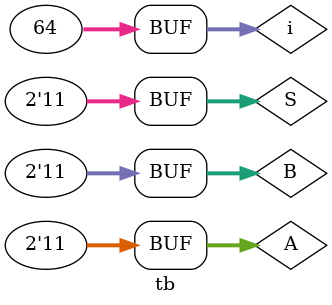
<source format=v>
`timescale 1ns / 1ps
module tb();
        
    reg [1:0] A;
    reg [1:0] B;
    reg [1:0] S;

    wire [3:0] Multiply;
    wire [3:0] Add;
    wire [3:0] NOT_A;
    wire [3:0] NAND;
    wire [3:0] y;

    integer i;

    ArithmeticUnit  test0 (A, B, Multiply, Add);
    LogicUnit       test1 (A, B, NAND, NOT_A);
    MUX             test2 (y, Multiply, Add, NAND, NOT_A, S);



        initial 
            begin
            for (i = 0; i < 64; i = i + 1) begin
                {A, B, S} = i;
					 #15;
            end
        end



endmodule

</source>
